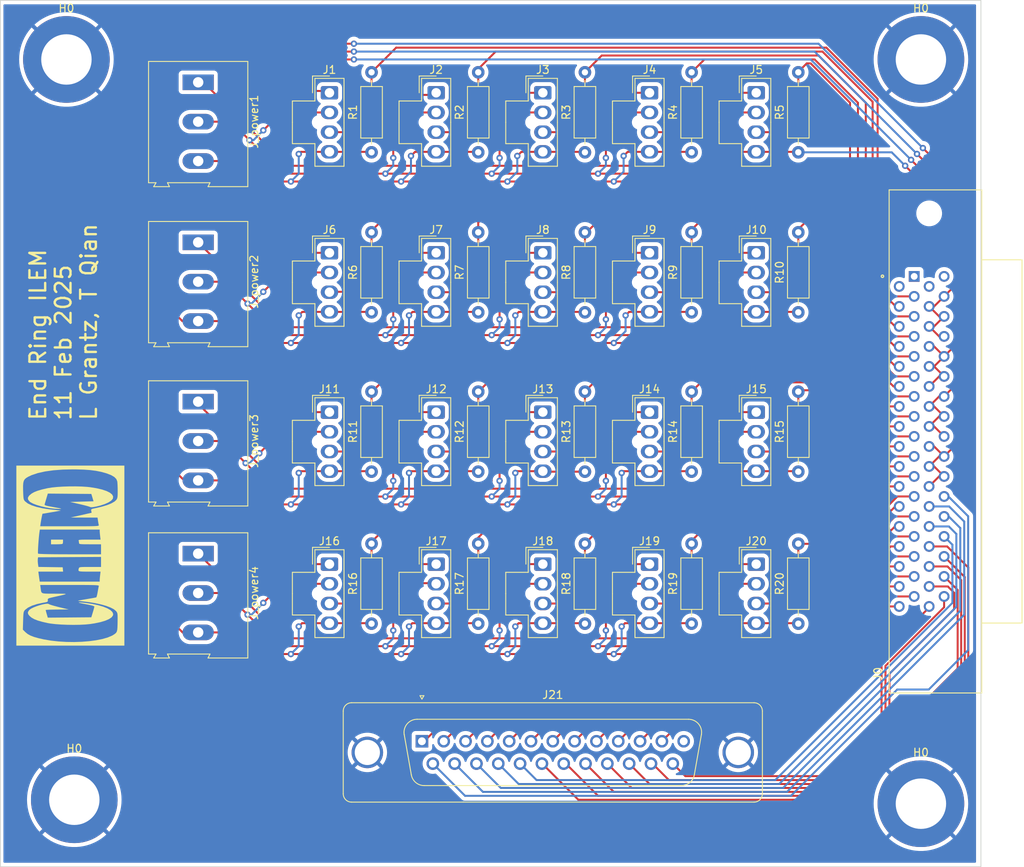
<source format=kicad_pcb>
(kicad_pcb
	(version 20240108)
	(generator "pcbnew")
	(generator_version "8.0")
	(general
		(thickness 1.6)
		(legacy_teardrops no)
	)
	(paper "A4")
	(layers
		(0 "F.Cu" signal)
		(31 "B.Cu" signal)
		(32 "B.Adhes" user "B.Adhesive")
		(33 "F.Adhes" user "F.Adhesive")
		(34 "B.Paste" user)
		(35 "F.Paste" user)
		(36 "B.SilkS" user "B.Silkscreen")
		(37 "F.SilkS" user "F.Silkscreen")
		(38 "B.Mask" user)
		(39 "F.Mask" user)
		(40 "Dwgs.User" user "User.Drawings")
		(41 "Cmts.User" user "User.Comments")
		(42 "Eco1.User" user "User.Eco1")
		(43 "Eco2.User" user "User.Eco2")
		(44 "Edge.Cuts" user)
		(45 "Margin" user)
		(46 "B.CrtYd" user "B.Courtyard")
		(47 "F.CrtYd" user "F.Courtyard")
		(48 "B.Fab" user)
		(49 "F.Fab" user)
		(50 "User.1" user)
		(51 "User.2" user)
		(52 "User.3" user)
		(53 "User.4" user)
		(54 "User.5" user)
		(55 "User.6" user)
		(56 "User.7" user)
		(57 "User.8" user)
		(58 "User.9" user)
	)
	(setup
		(stackup
			(layer "F.SilkS"
				(type "Top Silk Screen")
			)
			(layer "F.Paste"
				(type "Top Solder Paste")
			)
			(layer "F.Mask"
				(type "Top Solder Mask")
				(thickness 0.01)
			)
			(layer "F.Cu"
				(type "copper")
				(thickness 0.035)
			)
			(layer "dielectric 1"
				(type "core")
				(thickness 1.51)
				(material "FR4")
				(epsilon_r 4.5)
				(loss_tangent 0.02)
			)
			(layer "B.Cu"
				(type "copper")
				(thickness 0.035)
			)
			(layer "B.Mask"
				(type "Bottom Solder Mask")
				(thickness 0.01)
			)
			(layer "B.Paste"
				(type "Bottom Solder Paste")
			)
			(layer "B.SilkS"
				(type "Bottom Silk Screen")
			)
			(copper_finish "None")
			(dielectric_constraints no)
		)
		(pad_to_mask_clearance 0)
		(allow_soldermask_bridges_in_footprints no)
		(pcbplotparams
			(layerselection 0x00010fc_ffffffff)
			(plot_on_all_layers_selection 0x0000000_00000000)
			(disableapertmacros no)
			(usegerberextensions no)
			(usegerberattributes yes)
			(usegerberadvancedattributes yes)
			(creategerberjobfile yes)
			(dashed_line_dash_ratio 12.000000)
			(dashed_line_gap_ratio 3.000000)
			(svgprecision 4)
			(plotframeref no)
			(viasonmask no)
			(mode 1)
			(useauxorigin no)
			(hpglpennumber 1)
			(hpglpenspeed 20)
			(hpglpendiameter 15.000000)
			(pdf_front_fp_property_popups yes)
			(pdf_back_fp_property_popups yes)
			(dxfpolygonmode yes)
			(dxfimperialunits yes)
			(dxfusepcbnewfont yes)
			(psnegative no)
			(psa4output no)
			(plotreference yes)
			(plotvalue yes)
			(plotfptext yes)
			(plotinvisibletext no)
			(sketchpadsonfab no)
			(subtractmaskfromsilk no)
			(outputformat 1)
			(mirror no)
			(drillshape 0)
			(scaleselection 1)
			(outputdirectory "")
		)
	)
	(net 0 "")
	(net 1 "+15V")
	(net 2 "-15V")
	(net 3 "GND")
	(net 4 "V1")
	(net 5 "unconnected-(J0-Pad1)")
	(net 6 "unconnected-(J0-Pad2)")
	(net 7 "unconnected-(J0-Pad35)")
	(net 8 "unconnected-(J0-Pad36)")
	(net 9 "V21")
	(net 10 "V22")
	(net 11 "V23")
	(net 12 "V24")
	(net 13 "V25")
	(net 14 "V26")
	(net 15 "V27")
	(net 16 "V28")
	(net 17 "V29")
	(net 18 "V30")
	(net 19 "V31")
	(net 20 "V32")
	(net 21 "G21")
	(net 22 "G22")
	(net 23 "G23")
	(net 24 "G24")
	(net 25 "G25")
	(net 26 "G26")
	(net 27 "G27")
	(net 28 "G28")
	(net 29 "G29")
	(net 30 "G30")
	(net 31 "G31")
	(net 32 "G32")
	(net 33 "unconnected-(J21-Pad13)")
	(net 34 "V18")
	(net 35 "V10")
	(net 36 "V9")
	(net 37 "V8")
	(net 38 "V3")
	(net 39 "V7")
	(net 40 "V14")
	(net 41 "V6")
	(net 42 "V11")
	(net 43 "V13")
	(net 44 "V16")
	(net 45 "V19")
	(net 46 "V17")
	(net 47 "V2")
	(net 48 "V15")
	(net 49 "V20")
	(net 50 "V12")
	(net 51 "V5")
	(net 52 "V4")
	(footprint "Connector_Molex:Molex_Nano-Fit_105309-xx04_1x04_P2.50mm_Vertical" (layer "F.Cu") (at 78.9 47.05))
	(footprint "Connector_Molex:Molex_Nano-Fit_105309-xx04_1x04_P2.50mm_Vertical" (layer "F.Cu") (at 119.539998 86.58))
	(footprint "Connector_Molex:Molex_Nano-Fit_105309-xx04_1x04_P2.50mm_Vertical" (layer "F.Cu") (at 92.446666 86.58))
	(footprint "Resistor_THT:R_Axial_DIN0207_L6.3mm_D2.5mm_P10.16mm_Horizontal" (layer "F.Cu") (at 138.43 74.84 90))
	(footprint "Connector_Molex:Molex_Nano-Fit_105309-xx04_1x04_P2.50mm_Vertical" (layer "F.Cu") (at 92.446666 67.28))
	(footprint "Resistor_THT:R_Axial_DIN0207_L6.3mm_D2.5mm_P10.16mm_Horizontal" (layer "F.Cu") (at 138.43 94.14 90))
	(footprint "Connector_Molex:Molex_Nano-Fit_105309-xx04_1x04_P2.50mm_Vertical" (layer "F.Cu") (at 119.539998 47.05))
	(footprint "MountingHole:MountingHole_6.4mm_M6_DIN965_Pad" (layer "F.Cu") (at 45.5 22.5))
	(footprint "TerminalBlock:TerminalBlock_Altech_AK300-3_P5.00mm" (layer "F.Cu") (at 62.23 25.4 -90))
	(footprint "Connector_Molex:Molex_Nano-Fit_105309-xx04_1x04_P2.50mm_Vertical" (layer "F.Cu") (at 133.086664 47.05))
	(footprint "Connector_Molex:Molex_Nano-Fit_105309-xx04_1x04_P2.50mm_Vertical" (layer "F.Cu") (at 92.446666 26.73))
	(footprint "Resistor_THT:R_Axial_DIN0207_L6.3mm_D2.5mm_P10.16mm_Horizontal" (layer "F.Cu") (at 111.336665 34.29 90))
	(footprint "Resistor_THT:R_Axial_DIN0207_L6.3mm_D2.5mm_P10.16mm_Horizontal" (layer "F.Cu") (at 138.43 34.29 90))
	(footprint "Resistor_THT:R_Axial_DIN0207_L6.3mm_D2.5mm_P10.16mm_Horizontal" (layer "F.Cu") (at 84.243333 54.61 90))
	(footprint "Resistor_THT:R_Axial_DIN0207_L6.3mm_D2.5mm_P10.16mm_Horizontal" (layer "F.Cu") (at 97.789999 54.61 90))
	(footprint "Connector_Molex:Molex_Nano-Fit_105309-xx04_1x04_P2.50mm_Vertical" (layer "F.Cu") (at 105.993332 67.28))
	(footprint "Resistor_THT:R_Axial_DIN0207_L6.3mm_D2.5mm_P10.16mm_Horizontal" (layer "F.Cu") (at 84.243333 74.84 90))
	(footprint "Resistor_THT:R_Axial_DIN0207_L6.3mm_D2.5mm_P10.16mm_Horizontal" (layer "F.Cu") (at 124.883331 34.29 90))
	(footprint "Connector_Molex:Molex_Nano-Fit_105309-xx04_1x04_P2.50mm_Vertical" (layer "F.Cu") (at 92.446666 47.05))
	(footprint "Resistor_THT:R_Axial_DIN0207_L6.3mm_D2.5mm_P10.16mm_Horizontal" (layer "F.Cu") (at 138.43 54.61 90))
	(footprint "TerminalBlock:TerminalBlock_Altech_AK300-3_P5.00mm"
		(layer "F.Cu")
		(uuid "5ab7c4cf-59ef-4996-b236-81b67890bace")
		(at 62.23 45.72 -90)
		(descr "Altech AK300 terminal block, pitch 5.0mm, 45 degree angled, see http://www.mouser.com/ds/2/16/PCBMETRC-24178.pdf")
		(tags "Altech AK300 terminal block pitch 5.0mm")
		(property "Reference" "J_power2"
			(at 5 -7.1 90)
			(layer "F.SilkS")
			(uuid "d0152815-0499-4e17-840f-3cc715dc091b")
			(effects
				(font
					(size 1 1)
					(thickness 0.15)
				)
			)
		)
		(property "Value" "Screw_Terminal_01x03"
			(at 4.95 7.3 90)
			(layer "F.Fab")
			(uuid "67ffb515-18cf-474c-8aaa-5896bd3ef2ea")
			(effects
				(font
					(size 1 1)
					(thickness 0.15)
				)
			)
		)
		(property "Footprint" "TerminalBlock:TerminalBlock_Altech_AK300-3_P5.00mm"
			(at 0 0 -90)
			(layer "F.Fab")
			(hide yes)
			(uuid "46df0241-163f-4da0-9509-e35d925034a0")
			(effects
				(font
					(size 1.27 1.27)
					(thickness 0.15)
				)
			)
		)
		(property "Datasheet" ""
			(at 0 0 -90)
			(layer "F.Fab")
			(hide yes)
			(uuid "f84ffad7-9565-4760-a9d4-ba0f0b020823")
			(effects
				(font
					(size 1.27 1.27)
					(thickness 0.15)
				)
			)
		)
		(property "Description" ""
			(at 0 0 -90)
			(layer "F.Fab")
			(hide yes)
			(uuid "811d4bfa-dc21-4992-9113-c5d68e013c1d")
			(effects
				(font
					(size 1.27 1.27)
					(thickness 0.15)
				)
			)
		)
		(property ki_fp_filters "TerminalBlock*:*")
		(path "/1f84252a-86b8-4d6a-8056-0b748d18e0a9/20353092-575c-4c3e-90ac-82304568184a")
		(sheetname "5_Lems1")
		(sheetfile "5_Lems.kicad_sch")
		(attr through_hole)
		(fp_line
			(start -2.65 6.3)
			(end 12.75 6.3)
			(stroke
				(width 0.12)
				(type solid)
			)
			(layer "F.SilkS")
			(uuid "7ee30fbd-33b5-4d48-8155-b793b3c2b733")
		)
		(fp_line
			(start 12.75 6.3)
			(end 12.75 5.35)
			(stroke
				(width 0.12)
				(type solid)
			)
			(layer "F.SilkS")
			(uuid "ea507892-c8c6-4450-9106-446e5fbec6f9")
		)
		(fp_line
			(start 13.25 5.65)
			(end 13.25 3.65)
			(stroke
				(width 0.12)
				(type solid)
			)
			(layer "F.SilkS")
			(uuid "5ec1f7f1-8f7d-4a6e-a957-bbe16e5b6193")
		)
		(fp_line
			(start 12.75 5.35)
			(end 13.25 5.65)
			(stroke
				(width 0.12)
				(type solid)
			)
			(layer "F.SilkS")
			(uuid "eb7e652d-caf8-4647-8e99-01ac22e762bf")
		)
		(fp_line
			(start 12.75 3.9)
			(end 12.75 -1.5)
			(stroke
				(width 0.12)
				(type solid)
			)
			(layer "F.SilkS")
			(uuid "3d56b8a0-461b-452f-80de-11945ea43f19")
		)
		(fp_line
			(start 13.25 3.65)
			(end 12.75 3.9)
			(stroke
				(width 0.12)
				(type solid)
			)
			(layer "F.SilkS")
			(uuid "c1116eb1-a78c-4866-99ad-f0c757967a65")
		)
		(fp_line
			(start 13.25 -1.25)
			(end 13.25 -6.3)
			(stroke
				(width 0.12)
				(type solid)
			)
			(layer "F.SilkS")
			(uuid "83988ea6-86d2-4fa9-8595-1452b8d660f4")
		)
		(fp_line
			(start 12.75 -1.5)
			(end 13.25 -1.25)
			(stroke
				(width 0.12)
				(type solid)
			)
			(layer "F.SilkS")
			(uuid "b518a709-0482-4a79-bf97-6a3de97ee9b7")
		)
		(fp_line
			(start -2.65 -6.3)
			(end -2.65 6.3)
			(stroke
				(width 0.12)
				(type solid)
			)
			(layer "F.SilkS")
			(uuid "9a6477d8-257d-488f-b26a-e04d1ddb4474")
		)
		(fp_line
			(start 13.25 -6.3)
			(end -2.65 -6.3)
			(stroke
				(width 0.12)
				(type solid)
			)
			(layer "F.SilkS")
			(uuid "267bb8d2-209f-481d-8f33-1f5455648206")
		)
		(fp_line
			(start 13.42 6.46)
			(end -2.83 6.46)
			(stroke
				(width 0.05)
				(type solid)
			)
			(layer "F.CrtYd")
			(uuid "1bd75774-0cf7-4d54-837e-06ce206ccffe")
		)
		(fp_line
			(start 13.42 6.46)
			(end 13.42 -6.48)
			(stroke
				(width 0.05)
				(type solid)
			)
			(layer "F.CrtYd")
			(uuid "281a470d-cc8e-41bd-b38b-90dafc59436d")
		)
		(fp_line
			(start -2.83 -6.48)
			(end -2.83 6.46)
			(stroke
				(width 0.05)
				(type solid)
			)
			(layer "F.CrtYd")
			(uuid "11fad309-1e7a-4992-92a1-05269b26c02f")
		)
		(fp_line
			(start -2.83 -6.48)
			(end 13.42 -6.48)
			(stroke
				(width 0.05)
				(type solid)
			)
			(layer "F.CrtYd")
			(uuid "b07539e1-420c-4ce1-9bd6-a278c31e5cce")
		)
		(fp_line
			(start -2.58 6.21)
			(end -2.05 6.21)
			(stroke
				(width 0.1)
				(type solid)
			)
			(layer "F.Fab")
			(uuid "c64eaa91-dd15-435d-97af-7c00a0f28201")
		)
		(fp_line
			(start -2.58 6.21)
			(end -2.58 -0.65)
			(stroke
				(width 0.1)
				(type solid)
			)
			(layer "F.Fab")
			(uuid "4002f733-6d22-465c-8c13-96a9d716a5c4")
		)
		(fp_line
			(start -2.05 6.21)
			(end 2.02 6.21)
			(stroke
				(width 0.1)
				(type solid)
			)
			(layer "F.Fab")
			(uuid "bc2f2451-15dc-419a-93b2-eb8672ab1a8d")
		)
		(fp_line
			(start 2.02 6.21)
			(end 2.96 6.21)
			(stroke
				(width 0.1)
				(type solid)
			)
			(layer "F.Fab")
			(uuid "d58ab876-b42d-427c-99a7-aec60b16e4b8")
		)
		(fp_line
			(start 2.02 6.21)
			(end 2.02 4.31)
			(stroke
				(width 0.1)
				(type solid)
			)
			(layer "F.Fab")
			(uuid "6e3e3eed-f02a-4004-b08a-67d797235e96")
		)
		(fp_line
			(start 2.96 6.21)
			(end 7.02 6.21)
			(stroke
				(width 0.1)
				(type solid)
			)
			(layer "F.Fab")
			(uuid "b56482c4-0cb3-4100-b28f-d53cd5e37597")
		)
		(fp_line
			(start 2.96 6.21)
			(end 2.96 4.31)
			(stroke
				(width 0.1)
				(type solid)
			)
			(layer "F.Fab")
			(uuid "4104f842-0b3a-4050-a573-3eb2ff090921")
		)
		(fp_line
			(start 7.02 6.21)
			(end 7.58 6.21)
			(stroke
				(width 0.1)
				(type solid)
			)
			(layer "F.Fab")
			(uuid "c0a7be2a-6a26-45be-8ab5-9dee1fcd1cc2")
		)
		(fp_line
			(start 8.04 6.21)
			(end 8.04 4.31)
			(stroke
				(width 0.1)
				(type solid)
			)
			(layer "F.Fab")
			(uuid "42041b38-57bf-43ef-893b-63de85449c2d")
		)
		(fp_line
			(start 12.09 6.21)
			(end 7.58 6.21)
			(stroke
				(width 0.1)
				(type solid)
			)
			(layer "F.Fab")
			(uuid "8d867b3c-89ae-4574-8246-63d45fb46882")
		)
		(fp_line
			(start 12.1 6.21)
			(end 12.66 6.21)
			(stroke
				(width 0.1)
				(type solid)
			)
			(layer "F.Fab")
			(uuid "be746300-5862-4fae-ba5e-1ddd688065c9")
		)
		(fp_line
			(start 13.17 5.45)
			(end 12.66 5.2)
			(stroke
				(width 0.1)
				(type solid)
			)
			(layer "F.Fab")
			(uuid "a7b2a151-5b11-4e95-b151-cb59707e0c37")
		)
		(fp_line
			(start 8.02 5.2)
			(end 8.02 6.21)
			(stroke
				(width 0.1)
				(type solid)
			)
			(layer "F.Fab")
			(uuid "3cd74507-20e8-415c-8f26-28c0324d1f4c")
		)
		(fp_line
			(start 12.66 5.2)
			(end 12.66 6.21)
			(stroke
				(width 0.1)
				(type solid)
			)
			(layer "F.Fab")
			(uuid "2ddb2c8d-2b71-4e04-b1f1-45d41467d84a")
		)
		(fp_line
			(start -2.05 4.31)
			(end -2.05 6.21)
			(stroke
				(width 0.1)
				(type solid)
			)
			(layer "F.Fab")
			(uuid "6b1ad008-03e8-4398-831f-193b18e43594")
		)
		(fp_line
			(start 2.02 4.31)
			(end -2.05 4.31)
			(stroke
				(width 0.1)
				(type solid)
			)
			(layer "F.Fab")
			(uuid "7abf2854-a5af-427a-9dcb-4dbc9a667ce0")
		)
		(fp_line
			(start 2.02 4.31)
			(end 2.02 -0.26)
			(stroke
				(width 0.1)
				(type solid)
			)
			(layer "F.Fab")
			(uuid "6402df0c-38b9-473f-93c3-ea3d303cb519")
		)
		(fp_line
			(start 2.96 4.31)
			(end 7.02 4.31)
			(stroke
				(width 0.1)
				(type solid)
			)
			(layer "F.Fab")
			(uuid "5ae6a61a-a83c-4a09-9bfb-3f50aed22803")
		)
		(fp_line
			(start 2.96 4.31)
			(end 2.96 -0.26)
			(stroke
				(width 0.1)
				(type solid)
			)
			(layer "F.Fab")
			(uuid "eef3e0b9-9139-409a-830b-b5d240c72719")
		)
		(fp_line
			(start 7.02 4.31)
			(end 7.02 6.21)
			(stroke
				(width 0.1)
				(type solid)
			)
			(layer "F.Fab")
			(uuid "0e5498a1-c913-4285-9821-ed77838e4467")
		)
		(fp_line
			(start 8.04 4.31)
			(end 12.1 4.31)
			(stroke
				(width 0.1)
				(type solid)
			)
			(layer "F.Fab")
			(uuid "c418fa2d-6424-4f52-acc7-dcd66ce35bd7")
		)
		(fp_line
			(start 12.1 4.31)
			(end 12.1 6.21)
			(stroke
				(width 0.1)
				(type solid)
			)
			(layer "F.Fab")
			(uuid "bef9fe67-07e6-4bde-8178-8b0464fa559e")
		)
		(fp_line
			(start 8.02 4.05)
			(end 8.02 5.2)
			(stroke
				(width 0.1)
				(type solid)
			)
			(layer "F.Fab")
			(uuid "8c8f4ec4-4049-4a2f-acfa-568724e656cc")
		)
		(fp_line
			(start 12.66 4.05)
			(end 12.66 5.2)
			(stroke
				(width 0.1)
				(type solid)
			)
			(layer "F.Fab")
			(uuid "05baeab5-56f2-407d-a11d-cac68da906e4")
		)
		(fp_line
			(start 8.02 3.99)
			(end 8.02 -0.26)
			(stroke
				(width 0.1)
				(type solid)
			)
			(layer "F.Fab")
			(uuid "e4f1cda9-5784-4bba-a900-cbd331e0be42")
		)
		(fp_line
			(start 13.17 3.8)
			(end 13.17 5.45)
			(stroke
				(width 0.1)
				(type solid)
			)
			(layer "F.Fab")
			(uuid "cdce2ddc-3366-4e60-b392-856b4b463d97")
		)
		(fp_line
			(start 13.17 3.8)
			(end 12.66 4.05)
			(stroke
				(width 0.1)
				(type solid)
			)
			(layer "F.Fab")
			(uuid "40f236c1-672c-4ca2-b1b7-d74bb77c13f3")
		)
		(fp_line
			(start -1.67 3.67)
			(end -1.67 0.5)
			(stroke
				(width 0.1)
				(type solid)
			)
			(layer "F.Fab")
			(uuid "d96d3a04-58ff-4759-86c5-d1bc5c4b4d71")
		)
		(fp_line
			(start 1.64 3.67)
			(end -1.67 3.67)
			(stroke
				(width 0.1)
				(type solid)
			)
			(layer "F.Fab")
			(uuid "ea97c36b-c16a-4ee3-b6b0-6fa839d1fb49")
		)
		(fp_line
			(start 1.64 3.67)
			(end 1.64 0.5)
			(stroke
				(width 0.1)
				(type solid)
			)
			(layer "F.Fab")
			(uuid "93c5d8a7-1012-4672-85d0-e6701a147ff4")
		)
		(fp_line
			(start 3.34 3.67)
			(end 3.34 0.5)
			(stroke
				(width 0.1)
				(type solid)
			)
			(layer "F.Fab")
			(uuid "353fe7e1-b453-4abe-8e9f-bc963cbd2585")
		)
		(fp_line
			(start 6.64 3.67)
			(end 3.34 3.67)
			(stroke
				(width 0.1)
				(type solid)
			)
			(layer "F.Fab")
			(uuid "e61e8843-1c35-442c-8fa2-ff529ba1af58")
		)
		(fp_line
			(start 6.64 3.67)
			(end 6.64 0.5)
			(stroke
				(width 0.1)
				(type solid)
			)
			(layer "F.Fab")
			(uuid "6e550473-4b15-4d98-9882-9ce40e7f495b")
		)
		(fp_line
			(start 8.42 3.67)
			(end 8.42 0.5)
			(stroke
				(width 0.1)
				(type solid)
			)
			(layer "F.Fab")
			(uuid "f756dd76-5036-41d8-8b59-2bfda503c39d")
		)
		(fp_line
			(start 11.72 3.67)
			(end 8.42 3.67)
			(stroke
				(width 0.1)
				(type solid)
			)
			(layer "F.Fab")
			(uuid "e0d73431-f09d-4610-9fc5-49affcfa6af7")
		)
		(fp_line
			(start 11.72 3.67)
			(end 11.72 0.5)
			(stroke
				(width 0.1)
				(type solid)
			)
			(layer "F.Fab")
			(uuid "daf6e4b1-42c2-4d1a-b081-2a345afb96c0")
		)
		(fp_line
			(start -1.28 2.53)
			(end 1.26 2.53)
			(stroke
				(width 0.1)
				(type solid)
			)
			(layer "F.Fab")
			(uuid "15f6d671-ea4c-4d48-89e6-bde903bf21cb")
		)
		(fp_line
			(start -1.28 2.53)
			(end -1.28 -0.26)
			(stroke
				(width 0.1)
				(type solid)
			)
			(layer "F.Fab")
			(uuid "badc7366-856c-41cb-aba5-0893eacba643")
		)
		(fp_line
			(start 1.26 2.53)
			(end 1.26 -0.26)
			(stroke
				(width 0.1)
				(type solid)
			)
			(layer "F.Fab")
			(uuid "7ecb5471-8f1f-4f76-a022-ab2ae0f2b47f")
		)
		(fp_line
			(start 3.72 2.53)
			(end 6.26 2.53)
			(stroke
				(width 0.1)
				(type solid)
			)
			(layer "F.Fab")
			(uuid "450d82a9-d2fa-4bc5-8497-8e57873ceb2d")
		)
		(fp_line
			(start 3.72 2.53)
			(end 3.72 -0.26)
			(stroke
				(width 0.1)
				(type solid)
			)
			(layer "F.Fab")
			(uuid "21b90eee-4909-4c4c-91db-e1dc1890fe94")
		)
		(fp_line
			(start 6.26 2.53)
			(end 6.26 -0.26)
			(stroke
				(width 0.1)
				(type solid)
			)
			(layer "F.Fab")
			(uuid "8efaa4c3-3ed9-45e7-9e7e-ed801f57b978")
		)
		(fp_line
			(start 8.8 2.53)
			(end 11.34 2.53)
			(stroke
				(width 0.1)
				(type solid)
			)
			(layer "F.Fab")
			(uuid "59da3b51-54e9-4da0-8cbd-3b63d5f253fe")
		)
		(fp_line
			(start 8.8 2.53)
			(end 8.8 -0.26)
			(stroke
				(width 0.1)
				(type solid)
			)
			(layer "F.Fab")
			(uuid "023259d9-8645-46a1-a287-0e7a6eb2dbea")
		)
		(fp_line
			(start 11.34 2.53)
			(end 11.34 -0.26)
			(stroke
				(width 0.1)
				(type solid)
			)
			(layer "F.Fab")
			(uuid "dcc098e2-56c1-49b1-a135-d884c4b65538")
		)
		(fp_line
			(start -1.67 0.5)
			(end -1.28 0.5)
			(stroke
				(width 0.1)
				(type solid)
			)
			(layer "F.Fab")
			(uuid "aeacd1f8-1d3e-4498-b3fd-80789bc56aa7")
		)
		(fp_line
			(start 1.64 0.5)
			(end 1.26 0.5)
			(stroke
				(width 0.1)
				(type solid)
			)
			(layer "F.Fab")
			(uuid "83d57cb0-4203-4733-871c-925fe5da99d2")
		)
		(fp_line
			(start 3.34 0.5)
			(end 3.72 0.5)
			(stroke
				(width 0.1)
				(type solid)
			)
			(layer "F.Fab")
			(uuid "027530ad-0816-469f-be11-fa8d8aebff67")
		)
		(fp_line
			(start 6.64 0.5)
			(end 6.26 0.5)
			(stroke
				(width 0.1)
				(type solid)
			)
			(layer "F.Fab")
			(uuid "1c8ac8dd-a5ea-4895-8b63-69f7e9f9b4c6")
		)
		(fp_line
			(start 8.42 0.5)
			(end 8.8 0.5)
			(stroke
				(width 0.1)
				(type solid)
			)
			(layer "F.Fab")
			(uuid "60a88966-b5df-4d0f-afe6-2dc51976ed2f")
		)
		(fp_line
			(start 11.72 0.5)
			(end 11.34 0.5)
			(stroke
				(width 0.1)
				(type solid)
			)
			(layer "F.Fab")
			(uuid "27d36110-4fbb-42b7-97e7-44fd2fab84b1")
		)
		(fp_line
			(start -2.05 -0.26)
			(end -2.05 4.31)
			(stroke
				(width 0.1)
				(type solid)
			)
			(layer "F.Fab")
			(uuid "7759e287-3bf4-40e5-938b-c1ca980d4cf8")
		)
		(fp_line
			(start -2.05 -0.26)
			(end -1.67 -0.26)
			(stroke
				(width 0.1)
				(type solid)
			)
			(layer "F.Fab")
			(uuid "25b5a350-ad3e-4e53-9542-e037a6e3a8fc")
		)
		(fp_line
			(start -1.28 -0.26)
			(end 1.26 -0.26)
			(stroke
				(width 0.1)
				(type solid)
			)
			(layer "F.Fab")
			(uuid "b9d0086c-251e-48a4-8e94-a4e4e6eaf6e3")
		)
		(fp_line
			(start 1.64 -0.26)
			(end -1.67 -0.26)
			(stroke
				(width 0.1)
				(type solid)
			)
			(layer "F.Fab")
			(uuid "d9b06cee-aba8-47bd-a34a-a420b9503bee")
		)
		(fp_line
			(start 2.02 -0.26)
			(end 1.64 -0.26)
			(stroke
				(width 0.1)
				(type solid)
			)
			(layer "F.Fab")
			(uuid "2fbfae38-a48d-49fb-a9cd-43e2e59e94fd")
		)
		(fp_line
			(start 2.96 -0.26)
			(end 3.34 -0.26)
			(stroke
				(width 0.1)
				(type solid)
			)
			(layer "F.Fab")
			(uuid "5eefa3f0-311d-4d8a-bdca-e03d0672cf94")
		)
		(fp_line
			(start 3.34 -0.26)
			(end 6.64 -0.26)
			(stroke
				(width 0.1)
				(type solid)
			)
			(layer "F.Fab")
			(uuid "81646074-db8f-48e0-9156-99453eaeebcb")
		)
		(fp_line
			(start 3.72 -0.26)
			(end 6.26 -0.26)
			(stroke
				(width 0.1)
				(type solid)
			)
			(layer "F.Fab")
			(uuid "d38b4dea-8ce0-4afd-94df-cafa87585093")
		)
		(fp_line
			(start 7.02 -0.26)
			(end 7.02 4.31)
			(stroke
				(width 0.1)
				(type solid)
			)
			(layer "F.Fab")
			(uuid "639be79e-7f72-4472-9f31-18d8242fce59")
		)
		(fp_line
			(start 7.02 -0.26)
			(end 6.64 -0.26)
			(stroke
				(width 0.1)
				(type solid)
			)
			(layer "F.Fab")
			(uuid "6fec918b-1bac-4075-881e-38de6a69204e")
		)
		(fp_line
			(start 8.04 -0.26)
			(end 8.42 -0.26)
			(stroke
				(width 0.1)
				(type solid)
			)
			(layer "F.Fab")
			(uuid "35c4ef5b-00a7-4667-8a16-28b272c05a1e")
		)
		(fp_line
			(start 8.42 -0.26)
			(end 11.72 -0.26)
			(stroke
				(width 0.1)
				(type solid)
			)
			(layer "F.Fab")
			(uuid "454622fd-5ac2-4631-9dc8-59ee73c952ec")
		)
		(fp_line
			(start 8.8 -0.26)
			(end 11.34 -0.26)
			(stroke
				(width 0.1)
				(type solid)
			)
			(layer "F.Fab")
			(uuid "1cd5709c-7d53-4a22-9c31-c6c69de5a9b8")
		)
		(fp_line
			(start 12.1 -0.26)
			(end 12.1 4.31)
			(stroke
				(width 0.1)
				(type solid)
			)
			(layer "F.Fab")
			(uuid "caed26d3-dc87-4d91-bd71-d0015b0b82c8")
		)
		(fp_line
			(start 12.1 -0.26)
			(end 11.72 -0.26)
			(stroke
				(width 0.1)
				(type solid)
			)
			(layer "F.Fab")
			(uuid "92d35fd7-0913-491c-9e1d-26d791d31a1a")
		)
		(fp_line
			(start -2.58 -0.65)
			(end -2.58 -3.19)
			(stroke
				(width 0.1)
				(type solid)
			)
			(layer "F.Fab")
			(uuid "5eefd0d6-59d9-40d5-aabf-2238b3c2689c")
		)
		(fp_line
			(start 12.66 -0.65)
			(end 12.66 4.05)
			(stroke
				(width 0.1)
				(type solid)
			)
			(layer "F.Fab")
			(uuid "0e805729-455b-41f4-8427-37b81f780376")
		)
		(fp_line
			(start 12.66 -0.65)
			(end -2.52 -0.65)
			(stroke
				(width 0.1)
				(type solid)
			)
			(layer "F.Fab")
			(uuid "c721985c-9dff-466b-8bba-2209f82c296a")
		)
		(fp_line
			(start 13.17 -1.41)
			(end 12.66 -1.66)
			(stroke
				(width 0.1)
				(type solid)
			)
			(layer "F.Fab")
			(uuid "9f6c6030-bb18-46e1-bddd-889c80c1b1bb")
		)
		(fp_line
			(start 12.66 -1.66)
			(end 12.66 -0.65)
			(stroke
				(width 0.1)
				(type solid)
			)
			(layer "F.Fab")
			(uuid "47a19610-5945-433f-94c9-31fb5a3de7c0")
		)
		(fp_line
			(start -2.58 -3.19)
			(end 7.58 -3.19)
			(stroke
				(width 0.1)
				(type solid)
			)
			(layer "F.Fab")
			(uuid "ac49b5d4-8f55-42f4-afe2-fce5a42f1a96")
		)
		(fp_line
			(start -2.58 -3.19)
			(end -2.58 -6.23)
			(stroke
				(width 0.1)
				(type solid)
			)
			(layer "F.Fab")
			(uuid "9e1f6022-ae6b-4145-9e9d-c7cb2edbd120")
		)
		(fp_line
			(start 7.58 -3.19)
			(end 12.6 -3.19)
			(stroke
				(width 0.1)
				(type solid)
			)
			(layer "F.Fab")
			(uuid "60ca6565-545d-4c31-a2e1-79db121c9235")
		)
		(fp_line
			(start 12.66 -3.19)
			(end 12.66 -1.66)
			(stroke
				(width 0.1)
				(type solid)
			)
			(layer "F.Fab")
			(uuid "b8f64177-36b2-454b-9e37-d9e3e42b590c")
		)
		(fp_line
			(start -2.05 -3.44)
			(end -2.05 -5.98)
			(stroke
				(width 0.1)
				(type solid)
			)
			(layer "F.Fab")
			(uuid "0994a2d6-c6e0-4a15-a590-31773106033c")
		)
		(fp_line
			(start 2.02 -3.44)
			(end -2.05 -3.44)
			(stroke
				(width 0.1)
				(type solid)
			)
			(layer "F.Fab")
			(uuid "107863e6-c9a4-4612-b6fe-e73698259a82")
		)
		(fp_line
			(start 2.02 -3.44)
			(end 2.02 -5.98)
			(stroke
				(width 0.1)
				(type solid)
			)
			(layer "F.Fab")
			(uuid "13493bef-3d88-4827-82ab-e4c6c4f0f673")
		)
		(fp_line
			(start 2.96 -3.44)
			(end 2.96 -5.98)
			(stroke
				(width 0.1)
				(type solid)
			)
			(layer "F.Fab")
			(uuid "29d74844-0335-4a14-bb90-5f09a5156fea")
		)
		(fp_line
			(start 7.02 -3.44)
			(end 2.96 -3.44)
			(stroke
				(width 0.1)
				(type solid)
			)
			(layer "F.Fab")
			(uuid "b37b9cfb-afe1-4dd1-ae1e-7ff5b863353e")
		)
		(fp_line
			(start 8.04 -3.44)
			(end 8.04 -5.98)
			(stroke
				(width 0.1)
				(type solid)
			)
			(layer "F.Fab")
			(uuid "98b3134c-ec03-453a-a9db-67e1c4b36e2a")
		)
		(fp_line
			(start 12.1 -3.44)
			(end 8.04 -3.44)
			(stroke
				(width 0.1)
				(type solid)
			)
			(layer "F.Fab")
			(uuid "8eff24ff-42cc-4855-93ba-af675f22f2b0")
		)
		(fp_line
			(start -1.51 -4.33)
			(end 1.53 -4.96)
			(stroke
				(width 0.1)
				(type solid)
			)
			(layer "F.Fab")
			(uuid "17c87b6d-a76e-4add-bfcf-45e50197c987")
		)
		(fp_line
			(start 3.49 -4.33)
			(end 6.54 -4.96)
			(stroke
				(width 0.1)
				(type solid)
			)
			(layer "F.Fab")
			(uuid "443782c9-a5e0-4cce-8c77-e8120efdcd0c")
		)
		(fp_line
			(start 8.57 -4.33)
			(end 11.62 -4.96)
			(stroke
				(width 0.1)
				(type solid)
			)
			(layer "F.Fab")
			(uuid "5a23497c-6f15-409d-8c5a-0e600d7390cf")
		)
		(fp_line
			(start -1.64 -4.46)
			(end 1.41 -5.09)
			(stroke
				(width 0.1)
				(type solid)
			)
			(layer "F.Fab")
			(uuid "6da6cdf1-e226-4cd3-b9c6-c08667c73968")
		)
		(fp_line
			(start 3.36 -4.46)
			(end 6.41 -5.09)
			(stroke
				(width 0.1)
				(type solid)
			)
			(layer "F.Fab")
			(uuid "20a91594-a2ff-44ed-b782-b8df70086a6e")
		)
		(fp_line
			(start 8.44 -4.46)
			(end 11.49 -5.09)
			(stroke
				(width 0.1)
				(type solid)
			)
			(layer "F.Fab")
			(uuid "5f272880-b950-4b80-b956-3e0ec7df4934")
		)
		(fp_line
			(start 2.02 -5.98)
			(end -2.05 -5.98)
			(stroke
				(width 0.1)
				(type solid)
			)
			(layer "F.Fab")
			(uuid "0810f80e-376b-4bfc-9bf1-0769055eca05")
		)
		(fp_line
			(start 2.96 -5.98)
			(end 7.02 -5.98)
			(stroke
				(width 0.1)
				(type solid)
			)
			(layer "F.Fab")
			(uuid "f26d307e-22c3-41fe-a1cd-ff5c75888b3f")
		)
		(fp_line
			(start 7.02 -5.98)
			(end 7.02 -3.44)
			(stroke
				(width 0.1)
				(type solid)
			)
			(layer "F.Fab")
			(uuid "efee49ed-31fd-458a-8987-5549b0490a4d")
		)
		(fp_line
			(start 8.04 -5.98)
			(end 12.1 -5.98)
			(stroke
				(width 0.1)
				(type solid)
			)
			(layer "F.Fab")
			(uuid "7d5c83b5-8f54-43b9-a56a-a85f8562c154")
		)
		(fp_line
			(start 12.1 -5.98)
			(end 12.1 -3.44)
			(stroke
				(width 0.1)
				(type solid)
			)
			(layer "F.Fab")
			(uuid "bbd70f5c-3ae9-425e-9504-b0e15cecc9ea")
		)
		(fp_line
			(start -2.58 -6.23)
			(end 12.66 -6.23)
			(stroke
				(width 0.1)
				(type solid)
			)
			(layer "F.Fab")
			(uuid "a8e995af-5fc6-4692-8210-ea640b3cc960")
		)
		(fp_line
			(start 12.66 -6.23)
			(end 12.66 -3.19)
			(stroke
				(width 0.1)
				(type solid)
			)
			(layer "F.Fab")
			(uuid "15e1f2da-782c-4a50-babe-48cbd7dbfb88")
		)
		(fp_line
			(start 12.66 -6.23)
			(end 13.17 -6.23)
			(stroke
				(width 0.1)
				(type solid)
			)
			(layer "F.Fab")
			(uuid "678d0a96-7648-4567-a100-5d2643642231")
		)
		(fp_line
			(start 13.17 -6.23)
			(end 13.17 -1.41)
			(stroke
				(width 0.1)
				(type solid)
			)
			(layer "F.Fab")
			(uuid "e6dce796-b66e-46ed-a230-0ddbe035a9cb")
		)
		(fp_arc
			(start 1.5 -4.13)
			(mid 0.000583 -3.644318)
			(end -1.482333 -4.178263)
			(stroke
				(width 0.1)
				(type solid)
			)
			(layer "F.Fab")
			(uuid "762073c4-c0af-4c18-8a6a-6000f792d32e")
		)
		(fp_arc
			(start 6.5 -4.13)
			(mid 5.000583 -3.644318)
			(end 3.517667 -4.178263)
			(stroke
				(width 0.1)
				(type solid)
			)
			(layer "F.Fab")
			(uuid "0189218a-f5ee-4b05-b880-745f9cfb0167")
		)
		(fp_arc
			(start 11.58 -4.13)
			(mid 10.080583 -3.644318)
			(end 8.597667 -4.178263)
			(stroke
				(width 0.1)
				(type solid)
			)
			(layer "F.Fab")
			(uuid "dcd02daa-7231-40a5-95eb-4cf4eb861b76")
		)
		(fp_arc
			(start -1.44 -4.14)
			(mid -1.7423
... [793018 chars truncated]
</source>
